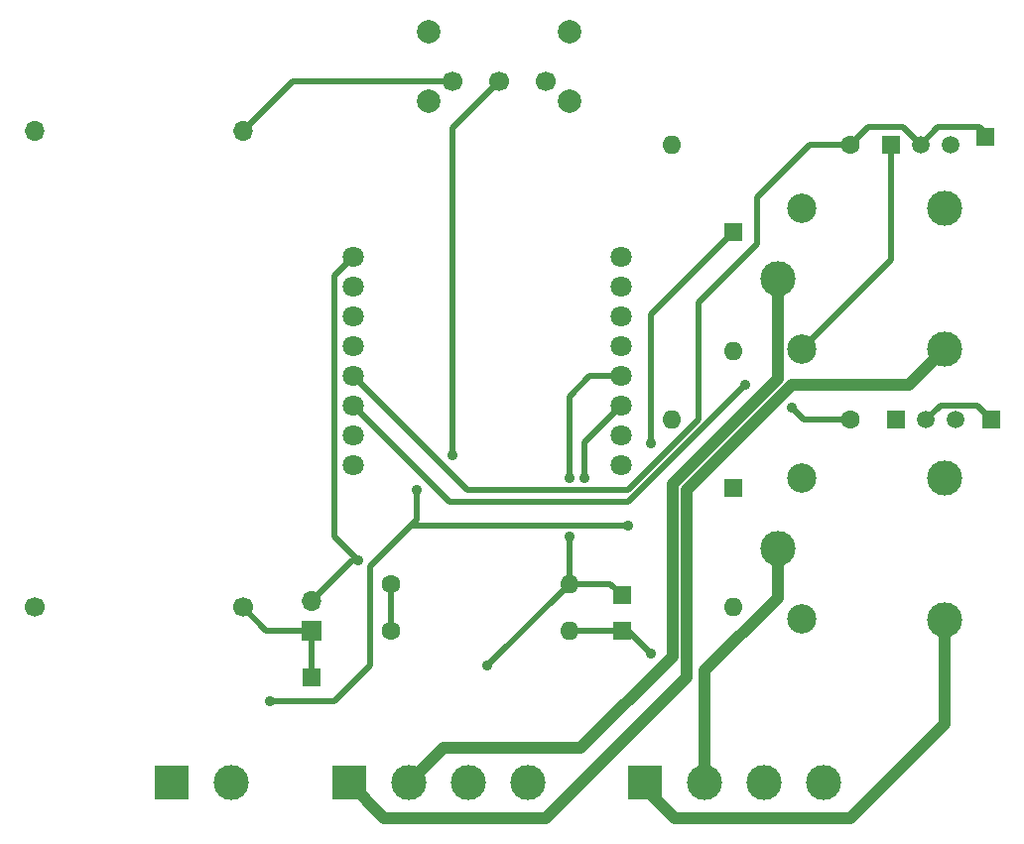
<source format=gbr>
%TF.GenerationSoftware,KiCad,Pcbnew,7.0.11-7.0.11~ubuntu22.04.1*%
%TF.CreationDate,2024-05-31T21:02:20-04:00*%
%TF.ProjectId,GarageDoor,47617261-6765-4446-9f6f-722e6b696361,rev?*%
%TF.SameCoordinates,Original*%
%TF.FileFunction,Copper,L1,Top*%
%TF.FilePolarity,Positive*%
%FSLAX46Y46*%
G04 Gerber Fmt 4.6, Leading zero omitted, Abs format (unit mm)*
G04 Created by KiCad (PCBNEW 7.0.11-7.0.11~ubuntu22.04.1) date 2024-05-31 21:02:20*
%MOMM*%
%LPD*%
G01*
G04 APERTURE LIST*
%TA.AperFunction,SMDPad,CuDef*%
%ADD10R,1.500000X1.500000*%
%TD*%
%TA.AperFunction,ComponentPad*%
%ADD11R,1.500000X1.500000*%
%TD*%
%TA.AperFunction,ComponentPad*%
%ADD12C,1.500000*%
%TD*%
%TA.AperFunction,ComponentPad*%
%ADD13R,1.600000X1.600000*%
%TD*%
%TA.AperFunction,ComponentPad*%
%ADD14O,1.600000X1.600000*%
%TD*%
%TA.AperFunction,ComponentPad*%
%ADD15C,1.600000*%
%TD*%
%TA.AperFunction,ComponentPad*%
%ADD16R,3.000000X3.000000*%
%TD*%
%TA.AperFunction,ComponentPad*%
%ADD17C,3.000000*%
%TD*%
%TA.AperFunction,ComponentPad*%
%ADD18C,2.500000*%
%TD*%
%TA.AperFunction,ComponentPad*%
%ADD19O,1.700000X1.700000*%
%TD*%
%TA.AperFunction,ComponentPad*%
%ADD20C,1.700000*%
%TD*%
%TA.AperFunction,ComponentPad*%
%ADD21C,1.800000*%
%TD*%
%TA.AperFunction,ComponentPad*%
%ADD22R,1.700000X1.700000*%
%TD*%
%TA.AperFunction,ComponentPad*%
%ADD23C,2.000000*%
%TD*%
%TA.AperFunction,ViaPad*%
%ADD24C,0.900000*%
%TD*%
%TA.AperFunction,Conductor*%
%ADD25C,0.500000*%
%TD*%
%TA.AperFunction,Conductor*%
%ADD26C,1.000000*%
%TD*%
G04 APERTURE END LIST*
D10*
%TO.P,TP1,1,1*%
%TO.N,LEFT_SENSOR*%
X80500000Y-75000000D03*
%TD*%
%TO.P,TP3,1,1*%
%TO.N,Net-(JP1-A)*%
X54000000Y-82000000D03*
%TD*%
D11*
%TO.P,Q1,1,D*%
%TO.N,Net-(D1-A)*%
X103920000Y-60000000D03*
D12*
%TO.P,Q1,2,G*%
%TO.N,Net-(Q1-G)*%
X106460000Y-60000000D03*
%TO.P,Q1,3,S*%
%TO.N,Earth*%
X109000000Y-60000000D03*
%TD*%
D13*
%TO.P,D1,1,K*%
%TO.N,+12V*%
X90000000Y-65840000D03*
D14*
%TO.P,D1,2,A*%
%TO.N,Net-(D1-A)*%
X90000000Y-76000000D03*
%TD*%
D10*
%TO.P,TP5,1,1*%
%TO.N,Net-(Q1-G)*%
X112000000Y-60000000D03*
%TD*%
D15*
%TO.P,R2,1*%
%TO.N,+5V*%
X60760000Y-74000000D03*
D14*
%TO.P,R2,2*%
%TO.N,LEFT_SENSOR*%
X76000000Y-74000000D03*
%TD*%
D15*
%TO.P,R3,1*%
%TO.N,Net-(Q1-G)*%
X100000000Y-60000000D03*
D14*
%TO.P,R3,2*%
%TO.N,Earth*%
X84760000Y-60000000D03*
%TD*%
D10*
%TO.P,TP2,1,1*%
%TO.N,RIGHT_SENSOR*%
X80500000Y-78000000D03*
%TD*%
D16*
%TO.P,J1,1,Pin_1*%
%TO.N,Earth*%
X42090000Y-91000000D03*
D17*
%TO.P,J1,2,Pin_2*%
%TO.N,Net-(D3-A1)*%
X47170000Y-91000000D03*
%TD*%
%TO.P,K2,1*%
%TO.N,LBUT_COM*%
X93800000Y-47950000D03*
D18*
%TO.P,K2,2*%
%TO.N,Net-(D2-A)*%
X95800000Y-53950000D03*
D17*
%TO.P,K2,3*%
%TO.N,LBUT_NO*%
X108000000Y-54000000D03*
%TO.P,K2,4*%
%TO.N,unconnected-(K2-Pad4)*%
X108000000Y-41950000D03*
D18*
%TO.P,K2,5*%
%TO.N,+12V*%
X95800000Y-41950000D03*
%TD*%
D16*
%TO.P,J2,1,Pin_1*%
%TO.N,LBUT_NO*%
X57220000Y-91000000D03*
D17*
%TO.P,J2,2,Pin_2*%
%TO.N,LBUT_COM*%
X62300000Y-91000000D03*
%TO.P,J2,3,Pin_3*%
%TO.N,LEFT_SENSOR*%
X67380000Y-91000000D03*
%TO.P,J2,4,Pin_4*%
%TO.N,Earth*%
X72460000Y-91000000D03*
%TD*%
D10*
%TO.P,TP4,1,1*%
%TO.N,Net-(Q2-G)*%
X111500000Y-35890000D03*
%TD*%
D13*
%TO.P,D2,1,K*%
%TO.N,+12V*%
X90000000Y-44000000D03*
D14*
%TO.P,D2,2,A*%
%TO.N,Net-(D2-A)*%
X90000000Y-54160000D03*
%TD*%
D17*
%TO.P,K1,1*%
%TO.N,RBUT_COM*%
X93800000Y-71000000D03*
D18*
%TO.P,K1,2*%
%TO.N,Net-(D1-A)*%
X95800000Y-77000000D03*
D17*
%TO.P,K1,3*%
%TO.N,RBUT_NO*%
X108000000Y-77050000D03*
%TO.P,K1,4*%
%TO.N,unconnected-(K1-Pad4)*%
X108000000Y-65000000D03*
D18*
%TO.P,K1,5*%
%TO.N,+12V*%
X95800000Y-65000000D03*
%TD*%
D15*
%TO.P,R1,1*%
%TO.N,+5V*%
X60760000Y-78000000D03*
D14*
%TO.P,R1,2*%
%TO.N,RIGHT_SENSOR*%
X76000000Y-78000000D03*
%TD*%
D16*
%TO.P,J3,1,Pin_1*%
%TO.N,RBUT_NO*%
X82500000Y-91000000D03*
D17*
%TO.P,J3,2,Pin_2*%
%TO.N,RBUT_COM*%
X87580000Y-91000000D03*
%TO.P,J3,3,Pin_3*%
%TO.N,RIGHT_SENSOR*%
X92660000Y-91000000D03*
%TO.P,J3,4,Pin_4*%
%TO.N,Earth*%
X97740000Y-91000000D03*
%TD*%
D19*
%TO.P,U1,1,IN+*%
%TO.N,Net-(S1-A)*%
X48140000Y-35380000D03*
%TO.P,U1,2,IN-*%
%TO.N,Earth*%
X30360000Y-35380000D03*
D20*
%TO.P,U1,3,OUT-*%
X30360000Y-76020000D03*
%TO.P,U1,4,OUT+*%
%TO.N,Net-(JP1-A)*%
X48140000Y-76020000D03*
%TD*%
D21*
%TO.P,U2,1,Rst*%
%TO.N,unconnected-(U2-Rst-Pad1)*%
X80430000Y-63890000D03*
%TO.P,U2,2,A0*%
%TO.N,unconnected-(U2-A0-Pad2)*%
X80430000Y-61350000D03*
%TO.P,U2,3,16*%
%TO.N,RIGHT_SENSOR*%
X80430000Y-58810000D03*
%TO.P,U2,4,14/SCK*%
%TO.N,LEFT_SENSOR*%
X80430000Y-56270000D03*
%TO.P,U2,5,12/MISO*%
%TO.N,unconnected-(U2-12{slash}MISO-Pad5)*%
X80430000Y-53730000D03*
%TO.P,U2,6,13/MOSI*%
%TO.N,unconnected-(U2-13{slash}MOSI-Pad6)*%
X80430000Y-51190000D03*
%TO.P,U2,7,15*%
%TO.N,unconnected-(U2-15-Pad7)*%
X80430000Y-48650000D03*
%TO.P,U2,8,3.3V*%
%TO.N,unconnected-(U2-3.3V-Pad8)*%
X80430000Y-46110000D03*
%TO.P,U2,9,5V*%
%TO.N,+5V*%
X57570000Y-46110000D03*
%TO.P,U2,10,GND*%
%TO.N,Earth*%
X57570000Y-48650000D03*
%TO.P,U2,11,2(LED)*%
%TO.N,unconnected-(U2-2(LED)-Pad11)*%
X57570000Y-51190000D03*
%TO.P,U2,12,0*%
%TO.N,unconnected-(U2-0-Pad12)*%
X57570000Y-53730000D03*
%TO.P,U2,13,4/SDA*%
%TO.N,Net-(Q2-G)*%
X57570000Y-56270000D03*
%TO.P,U2,14,5/SCL*%
%TO.N,Net-(Q1-G)*%
X57570000Y-58810000D03*
%TO.P,U2,15,Rx*%
%TO.N,unconnected-(U2-Rx-Pad15)*%
X57570000Y-61350000D03*
%TO.P,U2,16,Tx*%
%TO.N,unconnected-(U2-Tx-Pad16)*%
X57570000Y-63890000D03*
%TD*%
D11*
%TO.P,Q2,1,D*%
%TO.N,Net-(D2-A)*%
X103420000Y-36500000D03*
D12*
%TO.P,Q2,2,G*%
%TO.N,Net-(Q2-G)*%
X105960000Y-36500000D03*
%TO.P,Q2,3,S*%
%TO.N,Earth*%
X108500000Y-36500000D03*
%TD*%
D22*
%TO.P,JP1,1,A*%
%TO.N,Net-(JP1-A)*%
X54000000Y-78000000D03*
D19*
%TO.P,JP1,2,B*%
%TO.N,+5V*%
X54000000Y-75460000D03*
%TD*%
D15*
%TO.P,R4,1*%
%TO.N,Net-(Q2-G)*%
X100000000Y-36500000D03*
D14*
%TO.P,R4,2*%
%TO.N,Earth*%
X84760000Y-36500000D03*
%TD*%
D23*
%TO.P,S1,*%
%TO.N,*%
X76000000Y-32840000D03*
X76000000Y-26840000D03*
X64000000Y-32840000D03*
X64000000Y-26840000D03*
D20*
%TO.P,S1,1,C*%
%TO.N,unconnected-(S1-C-Pad1)*%
X74000000Y-31090000D03*
%TO.P,S1,2,B*%
%TO.N,+12V*%
X70000000Y-31090000D03*
%TO.P,S1,3,A*%
%TO.N,Net-(S1-A)*%
X66000000Y-31090000D03*
%TD*%
D24*
%TO.N,+12V*%
X50500000Y-84000000D03*
X63000000Y-66000000D03*
X83000000Y-62000000D03*
X81000000Y-69000000D03*
X66000000Y-63000000D03*
%TO.N,LEFT_SENSOR*%
X69000000Y-81000000D03*
X76000000Y-65000000D03*
X76000000Y-70000000D03*
%TO.N,RIGHT_SENSOR*%
X83000000Y-80000000D03*
X77300000Y-65000000D03*
%TO.N,+5V*%
X58000000Y-72000000D03*
%TO.N,Net-(Q1-G)*%
X91000000Y-57000000D03*
X95000000Y-59000000D03*
%TD*%
D25*
%TO.N,+12V*%
X50500000Y-84000000D02*
X56000000Y-84000000D01*
X62500000Y-69000000D02*
X59000000Y-72500000D01*
X66000000Y-63000000D02*
X66000000Y-35090000D01*
X83000000Y-62000000D02*
X83000000Y-51000000D01*
X59000000Y-81000000D02*
X56000000Y-84000000D01*
X59000000Y-72500000D02*
X59000000Y-81000000D01*
X66000000Y-35090000D02*
X70000000Y-31090000D01*
X81000000Y-69000000D02*
X62500000Y-69000000D01*
X63000000Y-68500000D02*
X63000000Y-66000000D01*
X83000000Y-51000000D02*
X90000000Y-44000000D01*
X62500000Y-69000000D02*
X63000000Y-68500000D01*
%TO.N,Net-(D2-A)*%
X103420000Y-36500000D02*
X103420000Y-46330000D01*
X103420000Y-46330000D02*
X95800000Y-53950000D01*
%TO.N,LEFT_SENSOR*%
X76000000Y-74000000D02*
X79500000Y-74000000D01*
X76000000Y-74000000D02*
X76000000Y-70000000D01*
X69000000Y-81000000D02*
X76000000Y-74000000D01*
X77730000Y-56270000D02*
X80430000Y-56270000D01*
X76000000Y-58000000D02*
X77730000Y-56270000D01*
X76000000Y-65000000D02*
X76000000Y-58000000D01*
X79500000Y-74000000D02*
X80500000Y-75000000D01*
%TO.N,RIGHT_SENSOR*%
X77300000Y-65000000D02*
X77300000Y-61940000D01*
X81000000Y-78000000D02*
X76000000Y-78000000D01*
X77300000Y-61940000D02*
X80430000Y-58810000D01*
X83000000Y-80000000D02*
X81000000Y-78000000D01*
D26*
%TO.N,LBUT_NO*%
X86000000Y-82000000D02*
X86000000Y-66000000D01*
X74000000Y-94000000D02*
X86000000Y-82000000D01*
X86000000Y-66000000D02*
X95000000Y-57000000D01*
X57220000Y-91000000D02*
X60220000Y-94000000D01*
X60220000Y-94000000D02*
X74000000Y-94000000D01*
X95000000Y-57000000D02*
X105000000Y-57000000D01*
X105000000Y-57000000D02*
X108000000Y-54000000D01*
%TO.N,LBUT_COM*%
X84800000Y-65502944D02*
X93800000Y-56502944D01*
X65300000Y-88000000D02*
X77000000Y-88000000D01*
X84800000Y-80200000D02*
X84800000Y-65502944D01*
X77000000Y-88000000D02*
X84800000Y-80200000D01*
X93800000Y-56502944D02*
X93800000Y-47950000D01*
X62300000Y-91000000D02*
X65300000Y-88000000D01*
%TO.N,RBUT_NO*%
X82500000Y-91000000D02*
X82500000Y-91500000D01*
X100000000Y-94000000D02*
X108000000Y-86000000D01*
X108000000Y-86000000D02*
X108000000Y-77050000D01*
X85000000Y-94000000D02*
X100000000Y-94000000D01*
X82500000Y-91500000D02*
X85000000Y-94000000D01*
%TO.N,RBUT_COM*%
X87580000Y-81420000D02*
X87580000Y-91000000D01*
X93800000Y-71000000D02*
X93800000Y-75200000D01*
X93800000Y-75200000D02*
X87580000Y-81420000D01*
D25*
%TO.N,Net-(JP1-A)*%
X54000000Y-78000000D02*
X54000000Y-82000000D01*
X54000000Y-78000000D02*
X50120000Y-78000000D01*
X50120000Y-78000000D02*
X48140000Y-76020000D01*
%TO.N,+5V*%
X60760000Y-78000000D02*
X60760000Y-74000000D01*
X56000000Y-47680000D02*
X57570000Y-46110000D01*
X57460000Y-72000000D02*
X58000000Y-72000000D01*
X54000000Y-75460000D02*
X57460000Y-72000000D01*
X58000000Y-72000000D02*
X56000000Y-70000000D01*
X56000000Y-70000000D02*
X56000000Y-47680000D01*
%TO.N,Net-(Q1-G)*%
X96000000Y-60000000D02*
X100000000Y-60000000D01*
X57570000Y-58810000D02*
X65760000Y-67000000D01*
X107660000Y-58800000D02*
X110800000Y-58800000D01*
X110800000Y-58800000D02*
X112000000Y-60000000D01*
X81000000Y-67000000D02*
X91000000Y-57000000D01*
X79000000Y-67000000D02*
X81000000Y-67000000D01*
X106460000Y-60000000D02*
X107660000Y-58800000D01*
X65760000Y-67000000D02*
X79000000Y-67000000D01*
X95000000Y-59000000D02*
X96000000Y-60000000D01*
%TO.N,Net-(Q2-G)*%
X111500000Y-35890000D02*
X111500000Y-35500000D01*
X111000000Y-35000000D02*
X107460000Y-35000000D01*
X111500000Y-35500000D02*
X111000000Y-35000000D01*
X87000000Y-60000000D02*
X81000000Y-66000000D01*
X101500000Y-35000000D02*
X100000000Y-36500000D01*
X81000000Y-66000000D02*
X67300000Y-66000000D01*
X105960000Y-36500000D02*
X104460000Y-35000000D01*
X96500000Y-36500000D02*
X92000000Y-41000000D01*
X92000000Y-45000000D02*
X87000000Y-50000000D01*
X107460000Y-35000000D02*
X105960000Y-36500000D01*
X87000000Y-50000000D02*
X87000000Y-60000000D01*
X100000000Y-36500000D02*
X96500000Y-36500000D01*
X92000000Y-41000000D02*
X92000000Y-45000000D01*
X67300000Y-66000000D02*
X57570000Y-56270000D01*
X104460000Y-35000000D02*
X101500000Y-35000000D01*
%TO.N,Net-(S1-A)*%
X66000000Y-31090000D02*
X52430000Y-31090000D01*
X52430000Y-31090000D02*
X48140000Y-35380000D01*
%TD*%
M02*

</source>
